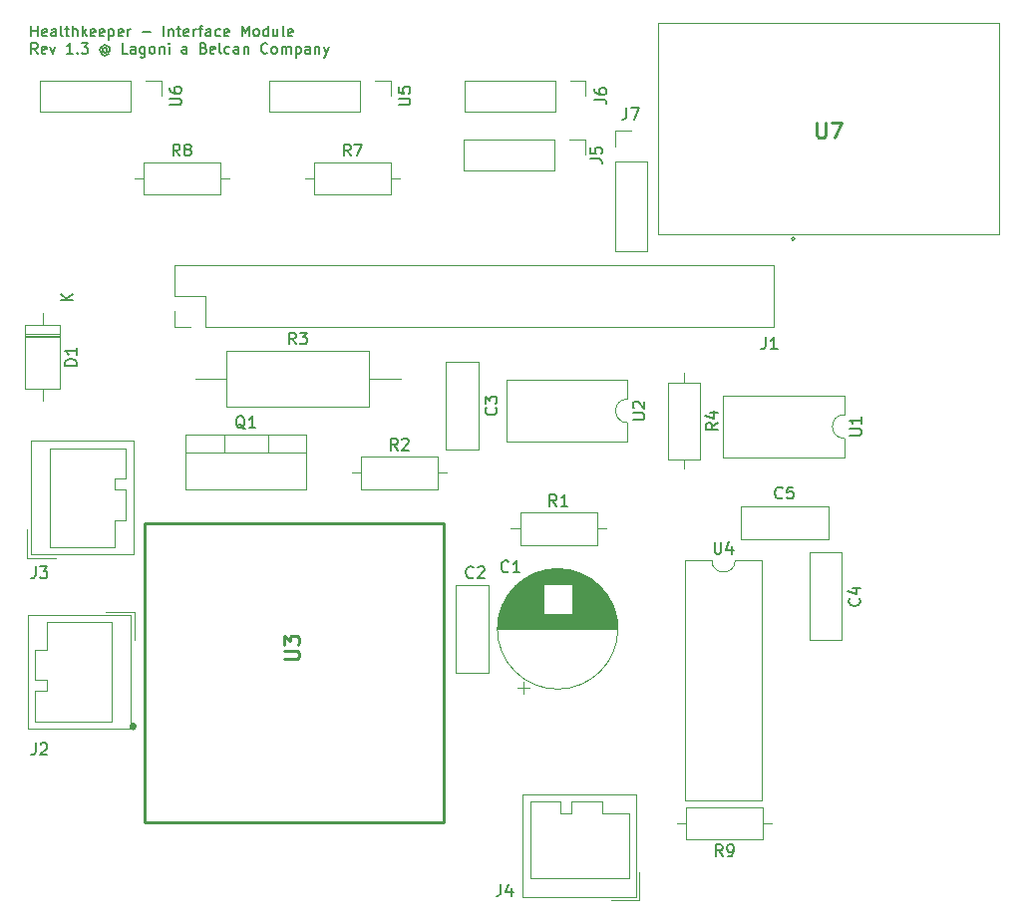
<source format=gbr>
G04 #@! TF.GenerationSoftware,KiCad,Pcbnew,(5.1.5-0-10_14)*
G04 #@! TF.CreationDate,2020-04-23T09:13:14+01:00*
G04 #@! TF.ProjectId,healthkeeper,6865616c-7468-46b6-9565-7065722e6b69,rev?*
G04 #@! TF.SameCoordinates,Original*
G04 #@! TF.FileFunction,Legend,Top*
G04 #@! TF.FilePolarity,Positive*
%FSLAX46Y46*%
G04 Gerber Fmt 4.6, Leading zero omitted, Abs format (unit mm)*
G04 Created by KiCad (PCBNEW (5.1.5-0-10_14)) date 2020-04-23 09:13:14*
%MOMM*%
%LPD*%
G04 APERTURE LIST*
%ADD10C,0.150000*%
%ADD11C,0.120000*%
%ADD12C,0.200000*%
%ADD13C,0.100000*%
%ADD14C,0.254000*%
G04 APERTURE END LIST*
D10*
X98811785Y-53407142D02*
X98811785Y-52507142D01*
X98811785Y-52935714D02*
X99326071Y-52935714D01*
X99326071Y-53407142D02*
X99326071Y-52507142D01*
X100097500Y-53364285D02*
X100011785Y-53407142D01*
X99840357Y-53407142D01*
X99754642Y-53364285D01*
X99711785Y-53278571D01*
X99711785Y-52935714D01*
X99754642Y-52850000D01*
X99840357Y-52807142D01*
X100011785Y-52807142D01*
X100097500Y-52850000D01*
X100140357Y-52935714D01*
X100140357Y-53021428D01*
X99711785Y-53107142D01*
X100911785Y-53407142D02*
X100911785Y-52935714D01*
X100868928Y-52850000D01*
X100783214Y-52807142D01*
X100611785Y-52807142D01*
X100526071Y-52850000D01*
X100911785Y-53364285D02*
X100826071Y-53407142D01*
X100611785Y-53407142D01*
X100526071Y-53364285D01*
X100483214Y-53278571D01*
X100483214Y-53192857D01*
X100526071Y-53107142D01*
X100611785Y-53064285D01*
X100826071Y-53064285D01*
X100911785Y-53021428D01*
X101468928Y-53407142D02*
X101383214Y-53364285D01*
X101340357Y-53278571D01*
X101340357Y-52507142D01*
X101683214Y-52807142D02*
X102026071Y-52807142D01*
X101811785Y-52507142D02*
X101811785Y-53278571D01*
X101854642Y-53364285D01*
X101940357Y-53407142D01*
X102026071Y-53407142D01*
X102326071Y-53407142D02*
X102326071Y-52507142D01*
X102711785Y-53407142D02*
X102711785Y-52935714D01*
X102668928Y-52850000D01*
X102583214Y-52807142D01*
X102454642Y-52807142D01*
X102368928Y-52850000D01*
X102326071Y-52892857D01*
X103140357Y-53407142D02*
X103140357Y-52507142D01*
X103226071Y-53064285D02*
X103483214Y-53407142D01*
X103483214Y-52807142D02*
X103140357Y-53150000D01*
X104211785Y-53364285D02*
X104126071Y-53407142D01*
X103954642Y-53407142D01*
X103868928Y-53364285D01*
X103826071Y-53278571D01*
X103826071Y-52935714D01*
X103868928Y-52850000D01*
X103954642Y-52807142D01*
X104126071Y-52807142D01*
X104211785Y-52850000D01*
X104254642Y-52935714D01*
X104254642Y-53021428D01*
X103826071Y-53107142D01*
X104983214Y-53364285D02*
X104897500Y-53407142D01*
X104726071Y-53407142D01*
X104640357Y-53364285D01*
X104597500Y-53278571D01*
X104597500Y-52935714D01*
X104640357Y-52850000D01*
X104726071Y-52807142D01*
X104897500Y-52807142D01*
X104983214Y-52850000D01*
X105026071Y-52935714D01*
X105026071Y-53021428D01*
X104597500Y-53107142D01*
X105411785Y-52807142D02*
X105411785Y-53707142D01*
X105411785Y-52850000D02*
X105497500Y-52807142D01*
X105668928Y-52807142D01*
X105754642Y-52850000D01*
X105797500Y-52892857D01*
X105840357Y-52978571D01*
X105840357Y-53235714D01*
X105797500Y-53321428D01*
X105754642Y-53364285D01*
X105668928Y-53407142D01*
X105497500Y-53407142D01*
X105411785Y-53364285D01*
X106568928Y-53364285D02*
X106483214Y-53407142D01*
X106311785Y-53407142D01*
X106226071Y-53364285D01*
X106183214Y-53278571D01*
X106183214Y-52935714D01*
X106226071Y-52850000D01*
X106311785Y-52807142D01*
X106483214Y-52807142D01*
X106568928Y-52850000D01*
X106611785Y-52935714D01*
X106611785Y-53021428D01*
X106183214Y-53107142D01*
X106997500Y-53407142D02*
X106997500Y-52807142D01*
X106997500Y-52978571D02*
X107040357Y-52892857D01*
X107083214Y-52850000D01*
X107168928Y-52807142D01*
X107254642Y-52807142D01*
X108240357Y-53064285D02*
X108926071Y-53064285D01*
X110040357Y-53407142D02*
X110040357Y-52507142D01*
X110468928Y-52807142D02*
X110468928Y-53407142D01*
X110468928Y-52892857D02*
X110511785Y-52850000D01*
X110597500Y-52807142D01*
X110726071Y-52807142D01*
X110811785Y-52850000D01*
X110854642Y-52935714D01*
X110854642Y-53407142D01*
X111154642Y-52807142D02*
X111497500Y-52807142D01*
X111283214Y-52507142D02*
X111283214Y-53278571D01*
X111326071Y-53364285D01*
X111411785Y-53407142D01*
X111497500Y-53407142D01*
X112140357Y-53364285D02*
X112054642Y-53407142D01*
X111883214Y-53407142D01*
X111797500Y-53364285D01*
X111754642Y-53278571D01*
X111754642Y-52935714D01*
X111797500Y-52850000D01*
X111883214Y-52807142D01*
X112054642Y-52807142D01*
X112140357Y-52850000D01*
X112183214Y-52935714D01*
X112183214Y-53021428D01*
X111754642Y-53107142D01*
X112568928Y-53407142D02*
X112568928Y-52807142D01*
X112568928Y-52978571D02*
X112611785Y-52892857D01*
X112654642Y-52850000D01*
X112740357Y-52807142D01*
X112826071Y-52807142D01*
X112997500Y-52807142D02*
X113340357Y-52807142D01*
X113126071Y-53407142D02*
X113126071Y-52635714D01*
X113168928Y-52550000D01*
X113254642Y-52507142D01*
X113340357Y-52507142D01*
X114026071Y-53407142D02*
X114026071Y-52935714D01*
X113983214Y-52850000D01*
X113897500Y-52807142D01*
X113726071Y-52807142D01*
X113640357Y-52850000D01*
X114026071Y-53364285D02*
X113940357Y-53407142D01*
X113726071Y-53407142D01*
X113640357Y-53364285D01*
X113597500Y-53278571D01*
X113597500Y-53192857D01*
X113640357Y-53107142D01*
X113726071Y-53064285D01*
X113940357Y-53064285D01*
X114026071Y-53021428D01*
X114840357Y-53364285D02*
X114754642Y-53407142D01*
X114583214Y-53407142D01*
X114497500Y-53364285D01*
X114454642Y-53321428D01*
X114411785Y-53235714D01*
X114411785Y-52978571D01*
X114454642Y-52892857D01*
X114497500Y-52850000D01*
X114583214Y-52807142D01*
X114754642Y-52807142D01*
X114840357Y-52850000D01*
X115568928Y-53364285D02*
X115483214Y-53407142D01*
X115311785Y-53407142D01*
X115226071Y-53364285D01*
X115183214Y-53278571D01*
X115183214Y-52935714D01*
X115226071Y-52850000D01*
X115311785Y-52807142D01*
X115483214Y-52807142D01*
X115568928Y-52850000D01*
X115611785Y-52935714D01*
X115611785Y-53021428D01*
X115183214Y-53107142D01*
X116683214Y-53407142D02*
X116683214Y-52507142D01*
X116983214Y-53150000D01*
X117283214Y-52507142D01*
X117283214Y-53407142D01*
X117840357Y-53407142D02*
X117754642Y-53364285D01*
X117711785Y-53321428D01*
X117668928Y-53235714D01*
X117668928Y-52978571D01*
X117711785Y-52892857D01*
X117754642Y-52850000D01*
X117840357Y-52807142D01*
X117968928Y-52807142D01*
X118054642Y-52850000D01*
X118097500Y-52892857D01*
X118140357Y-52978571D01*
X118140357Y-53235714D01*
X118097500Y-53321428D01*
X118054642Y-53364285D01*
X117968928Y-53407142D01*
X117840357Y-53407142D01*
X118911785Y-53407142D02*
X118911785Y-52507142D01*
X118911785Y-53364285D02*
X118826071Y-53407142D01*
X118654642Y-53407142D01*
X118568928Y-53364285D01*
X118526071Y-53321428D01*
X118483214Y-53235714D01*
X118483214Y-52978571D01*
X118526071Y-52892857D01*
X118568928Y-52850000D01*
X118654642Y-52807142D01*
X118826071Y-52807142D01*
X118911785Y-52850000D01*
X119726071Y-52807142D02*
X119726071Y-53407142D01*
X119340357Y-52807142D02*
X119340357Y-53278571D01*
X119383214Y-53364285D01*
X119468928Y-53407142D01*
X119597500Y-53407142D01*
X119683214Y-53364285D01*
X119726071Y-53321428D01*
X120283214Y-53407142D02*
X120197500Y-53364285D01*
X120154642Y-53278571D01*
X120154642Y-52507142D01*
X120968928Y-53364285D02*
X120883214Y-53407142D01*
X120711785Y-53407142D01*
X120626071Y-53364285D01*
X120583214Y-53278571D01*
X120583214Y-52935714D01*
X120626071Y-52850000D01*
X120711785Y-52807142D01*
X120883214Y-52807142D01*
X120968928Y-52850000D01*
X121011785Y-52935714D01*
X121011785Y-53021428D01*
X120583214Y-53107142D01*
X99326071Y-54907142D02*
X99026071Y-54478571D01*
X98811785Y-54907142D02*
X98811785Y-54007142D01*
X99154642Y-54007142D01*
X99240357Y-54050000D01*
X99283214Y-54092857D01*
X99326071Y-54178571D01*
X99326071Y-54307142D01*
X99283214Y-54392857D01*
X99240357Y-54435714D01*
X99154642Y-54478571D01*
X98811785Y-54478571D01*
X100054642Y-54864285D02*
X99968928Y-54907142D01*
X99797500Y-54907142D01*
X99711785Y-54864285D01*
X99668928Y-54778571D01*
X99668928Y-54435714D01*
X99711785Y-54350000D01*
X99797500Y-54307142D01*
X99968928Y-54307142D01*
X100054642Y-54350000D01*
X100097500Y-54435714D01*
X100097500Y-54521428D01*
X99668928Y-54607142D01*
X100397500Y-54307142D02*
X100611785Y-54907142D01*
X100826071Y-54307142D01*
X102326071Y-54907142D02*
X101811785Y-54907142D01*
X102068928Y-54907142D02*
X102068928Y-54007142D01*
X101983214Y-54135714D01*
X101897500Y-54221428D01*
X101811785Y-54264285D01*
X102711785Y-54821428D02*
X102754642Y-54864285D01*
X102711785Y-54907142D01*
X102668928Y-54864285D01*
X102711785Y-54821428D01*
X102711785Y-54907142D01*
X103054642Y-54007142D02*
X103611785Y-54007142D01*
X103311785Y-54350000D01*
X103440357Y-54350000D01*
X103526071Y-54392857D01*
X103568928Y-54435714D01*
X103611785Y-54521428D01*
X103611785Y-54735714D01*
X103568928Y-54821428D01*
X103526071Y-54864285D01*
X103440357Y-54907142D01*
X103183214Y-54907142D01*
X103097500Y-54864285D01*
X103054642Y-54821428D01*
X105240357Y-54478571D02*
X105197500Y-54435714D01*
X105111785Y-54392857D01*
X105026071Y-54392857D01*
X104940357Y-54435714D01*
X104897500Y-54478571D01*
X104854642Y-54564285D01*
X104854642Y-54650000D01*
X104897500Y-54735714D01*
X104940357Y-54778571D01*
X105026071Y-54821428D01*
X105111785Y-54821428D01*
X105197500Y-54778571D01*
X105240357Y-54735714D01*
X105240357Y-54392857D02*
X105240357Y-54735714D01*
X105283214Y-54778571D01*
X105326071Y-54778571D01*
X105411785Y-54735714D01*
X105454642Y-54650000D01*
X105454642Y-54435714D01*
X105368928Y-54307142D01*
X105240357Y-54221428D01*
X105068928Y-54178571D01*
X104897500Y-54221428D01*
X104768928Y-54307142D01*
X104683214Y-54435714D01*
X104640357Y-54607142D01*
X104683214Y-54778571D01*
X104768928Y-54907142D01*
X104897500Y-54992857D01*
X105068928Y-55035714D01*
X105240357Y-54992857D01*
X105368928Y-54907142D01*
X106954642Y-54907142D02*
X106526071Y-54907142D01*
X106526071Y-54007142D01*
X107640357Y-54907142D02*
X107640357Y-54435714D01*
X107597500Y-54350000D01*
X107511785Y-54307142D01*
X107340357Y-54307142D01*
X107254642Y-54350000D01*
X107640357Y-54864285D02*
X107554642Y-54907142D01*
X107340357Y-54907142D01*
X107254642Y-54864285D01*
X107211785Y-54778571D01*
X107211785Y-54692857D01*
X107254642Y-54607142D01*
X107340357Y-54564285D01*
X107554642Y-54564285D01*
X107640357Y-54521428D01*
X108454642Y-54307142D02*
X108454642Y-55035714D01*
X108411785Y-55121428D01*
X108368928Y-55164285D01*
X108283214Y-55207142D01*
X108154642Y-55207142D01*
X108068928Y-55164285D01*
X108454642Y-54864285D02*
X108368928Y-54907142D01*
X108197500Y-54907142D01*
X108111785Y-54864285D01*
X108068928Y-54821428D01*
X108026071Y-54735714D01*
X108026071Y-54478571D01*
X108068928Y-54392857D01*
X108111785Y-54350000D01*
X108197500Y-54307142D01*
X108368928Y-54307142D01*
X108454642Y-54350000D01*
X109011785Y-54907142D02*
X108926071Y-54864285D01*
X108883214Y-54821428D01*
X108840357Y-54735714D01*
X108840357Y-54478571D01*
X108883214Y-54392857D01*
X108926071Y-54350000D01*
X109011785Y-54307142D01*
X109140357Y-54307142D01*
X109226071Y-54350000D01*
X109268928Y-54392857D01*
X109311785Y-54478571D01*
X109311785Y-54735714D01*
X109268928Y-54821428D01*
X109226071Y-54864285D01*
X109140357Y-54907142D01*
X109011785Y-54907142D01*
X109697500Y-54307142D02*
X109697500Y-54907142D01*
X109697500Y-54392857D02*
X109740357Y-54350000D01*
X109826071Y-54307142D01*
X109954642Y-54307142D01*
X110040357Y-54350000D01*
X110083214Y-54435714D01*
X110083214Y-54907142D01*
X110511785Y-54907142D02*
X110511785Y-54307142D01*
X110511785Y-54007142D02*
X110468928Y-54050000D01*
X110511785Y-54092857D01*
X110554642Y-54050000D01*
X110511785Y-54007142D01*
X110511785Y-54092857D01*
X112011785Y-54907142D02*
X112011785Y-54435714D01*
X111968928Y-54350000D01*
X111883214Y-54307142D01*
X111711785Y-54307142D01*
X111626071Y-54350000D01*
X112011785Y-54864285D02*
X111926071Y-54907142D01*
X111711785Y-54907142D01*
X111626071Y-54864285D01*
X111583214Y-54778571D01*
X111583214Y-54692857D01*
X111626071Y-54607142D01*
X111711785Y-54564285D01*
X111926071Y-54564285D01*
X112011785Y-54521428D01*
X113426071Y-54435714D02*
X113554642Y-54478571D01*
X113597500Y-54521428D01*
X113640357Y-54607142D01*
X113640357Y-54735714D01*
X113597500Y-54821428D01*
X113554642Y-54864285D01*
X113468928Y-54907142D01*
X113126071Y-54907142D01*
X113126071Y-54007142D01*
X113426071Y-54007142D01*
X113511785Y-54050000D01*
X113554642Y-54092857D01*
X113597500Y-54178571D01*
X113597500Y-54264285D01*
X113554642Y-54350000D01*
X113511785Y-54392857D01*
X113426071Y-54435714D01*
X113126071Y-54435714D01*
X114368928Y-54864285D02*
X114283214Y-54907142D01*
X114111785Y-54907142D01*
X114026071Y-54864285D01*
X113983214Y-54778571D01*
X113983214Y-54435714D01*
X114026071Y-54350000D01*
X114111785Y-54307142D01*
X114283214Y-54307142D01*
X114368928Y-54350000D01*
X114411785Y-54435714D01*
X114411785Y-54521428D01*
X113983214Y-54607142D01*
X114926071Y-54907142D02*
X114840357Y-54864285D01*
X114797500Y-54778571D01*
X114797500Y-54007142D01*
X115654642Y-54864285D02*
X115568928Y-54907142D01*
X115397500Y-54907142D01*
X115311785Y-54864285D01*
X115268928Y-54821428D01*
X115226071Y-54735714D01*
X115226071Y-54478571D01*
X115268928Y-54392857D01*
X115311785Y-54350000D01*
X115397500Y-54307142D01*
X115568928Y-54307142D01*
X115654642Y-54350000D01*
X116426071Y-54907142D02*
X116426071Y-54435714D01*
X116383214Y-54350000D01*
X116297500Y-54307142D01*
X116126071Y-54307142D01*
X116040357Y-54350000D01*
X116426071Y-54864285D02*
X116340357Y-54907142D01*
X116126071Y-54907142D01*
X116040357Y-54864285D01*
X115997500Y-54778571D01*
X115997500Y-54692857D01*
X116040357Y-54607142D01*
X116126071Y-54564285D01*
X116340357Y-54564285D01*
X116426071Y-54521428D01*
X116854642Y-54307142D02*
X116854642Y-54907142D01*
X116854642Y-54392857D02*
X116897500Y-54350000D01*
X116983214Y-54307142D01*
X117111785Y-54307142D01*
X117197500Y-54350000D01*
X117240357Y-54435714D01*
X117240357Y-54907142D01*
X118868928Y-54821428D02*
X118826071Y-54864285D01*
X118697500Y-54907142D01*
X118611785Y-54907142D01*
X118483214Y-54864285D01*
X118397500Y-54778571D01*
X118354642Y-54692857D01*
X118311785Y-54521428D01*
X118311785Y-54392857D01*
X118354642Y-54221428D01*
X118397500Y-54135714D01*
X118483214Y-54050000D01*
X118611785Y-54007142D01*
X118697500Y-54007142D01*
X118826071Y-54050000D01*
X118868928Y-54092857D01*
X119383214Y-54907142D02*
X119297500Y-54864285D01*
X119254642Y-54821428D01*
X119211785Y-54735714D01*
X119211785Y-54478571D01*
X119254642Y-54392857D01*
X119297500Y-54350000D01*
X119383214Y-54307142D01*
X119511785Y-54307142D01*
X119597500Y-54350000D01*
X119640357Y-54392857D01*
X119683214Y-54478571D01*
X119683214Y-54735714D01*
X119640357Y-54821428D01*
X119597500Y-54864285D01*
X119511785Y-54907142D01*
X119383214Y-54907142D01*
X120068928Y-54907142D02*
X120068928Y-54307142D01*
X120068928Y-54392857D02*
X120111785Y-54350000D01*
X120197500Y-54307142D01*
X120326071Y-54307142D01*
X120411785Y-54350000D01*
X120454642Y-54435714D01*
X120454642Y-54907142D01*
X120454642Y-54435714D02*
X120497500Y-54350000D01*
X120583214Y-54307142D01*
X120711785Y-54307142D01*
X120797500Y-54350000D01*
X120840357Y-54435714D01*
X120840357Y-54907142D01*
X121268928Y-54307142D02*
X121268928Y-55207142D01*
X121268928Y-54350000D02*
X121354642Y-54307142D01*
X121526071Y-54307142D01*
X121611785Y-54350000D01*
X121654642Y-54392857D01*
X121697500Y-54478571D01*
X121697500Y-54735714D01*
X121654642Y-54821428D01*
X121611785Y-54864285D01*
X121526071Y-54907142D01*
X121354642Y-54907142D01*
X121268928Y-54864285D01*
X122468928Y-54907142D02*
X122468928Y-54435714D01*
X122426071Y-54350000D01*
X122340357Y-54307142D01*
X122168928Y-54307142D01*
X122083214Y-54350000D01*
X122468928Y-54864285D02*
X122383214Y-54907142D01*
X122168928Y-54907142D01*
X122083214Y-54864285D01*
X122040357Y-54778571D01*
X122040357Y-54692857D01*
X122083214Y-54607142D01*
X122168928Y-54564285D01*
X122383214Y-54564285D01*
X122468928Y-54521428D01*
X122897500Y-54307142D02*
X122897500Y-54907142D01*
X122897500Y-54392857D02*
X122940357Y-54350000D01*
X123026071Y-54307142D01*
X123154642Y-54307142D01*
X123240357Y-54350000D01*
X123283214Y-54435714D01*
X123283214Y-54907142D01*
X123626071Y-54307142D02*
X123840357Y-54907142D01*
X124054642Y-54307142D02*
X123840357Y-54907142D01*
X123754642Y-55121428D01*
X123711785Y-55164285D01*
X123626071Y-55207142D01*
D11*
X161875859Y-72872587D02*
X161875859Y-78072587D01*
X113555859Y-78072587D02*
X161875859Y-78072587D01*
X110955859Y-78072587D02*
X112285859Y-78072587D01*
X110955859Y-76742587D02*
X110955859Y-78072587D01*
X113555859Y-75472587D02*
X113555859Y-78072587D01*
X110955859Y-75472587D02*
X113555859Y-75472587D01*
X110955859Y-72872587D02*
X110955859Y-75472587D01*
X110955859Y-72872587D02*
X161875859Y-72872587D01*
X145870000Y-57170000D02*
X145870000Y-58500000D01*
X144540000Y-57170000D02*
X145870000Y-57170000D01*
X143270000Y-57170000D02*
X143270000Y-59830000D01*
X143270000Y-59830000D02*
X135590000Y-59830000D01*
X143270000Y-57170000D02*
X135590000Y-57170000D01*
X135590000Y-57170000D02*
X135590000Y-59830000D01*
X109830000Y-57170000D02*
X109830000Y-58500000D01*
X108500000Y-57170000D02*
X109830000Y-57170000D01*
X107230000Y-57170000D02*
X107230000Y-59830000D01*
X107230000Y-59830000D02*
X99550000Y-59830000D01*
X107230000Y-57170000D02*
X99550000Y-57170000D01*
X99550000Y-57170000D02*
X99550000Y-59830000D01*
X145830000Y-62170000D02*
X145830000Y-63500000D01*
X144500000Y-62170000D02*
X145830000Y-62170000D01*
X143230000Y-62170000D02*
X143230000Y-64830000D01*
X143230000Y-64830000D02*
X135550000Y-64830000D01*
X143230000Y-62170000D02*
X135550000Y-62170000D01*
X135550000Y-62170000D02*
X135550000Y-64830000D01*
X160815000Y-97920000D02*
X158580000Y-97920000D01*
X160815000Y-118360000D02*
X160815000Y-97920000D01*
X154345000Y-118360000D02*
X160815000Y-118360000D01*
X154345000Y-97920000D02*
X154345000Y-118360000D01*
X156580000Y-97920000D02*
X154345000Y-97920000D01*
X158580000Y-97920000D02*
G75*
G02X156580000Y-97920000I-1000000J0D01*
G01*
D12*
X163500000Y-70500000D02*
G75*
G02X163500000Y-70700000I0J-100000D01*
G01*
X163500000Y-70700000D02*
G75*
G02X163500000Y-70500000I0J100000D01*
G01*
X163500000Y-70700000D02*
X163500000Y-70700000D01*
X163500000Y-70500000D02*
X163500000Y-70500000D01*
D13*
X152000000Y-70250000D02*
X152000000Y-52250000D01*
X181000000Y-70250000D02*
X152000000Y-70250000D01*
X181000000Y-52250000D02*
X181000000Y-70250000D01*
X152000000Y-52250000D02*
X181000000Y-52250000D01*
D11*
X129330000Y-57170000D02*
X129330000Y-58500000D01*
X128000000Y-57170000D02*
X129330000Y-57170000D01*
X126730000Y-57170000D02*
X126730000Y-59830000D01*
X126730000Y-59830000D02*
X119050000Y-59830000D01*
X126730000Y-57170000D02*
X119050000Y-57170000D01*
X119050000Y-57170000D02*
X119050000Y-59830000D01*
D14*
X107635565Y-112046835D02*
G75*
G03X107635565Y-112046835I-197565J0D01*
G01*
X108460000Y-120205500D02*
X108460000Y-94805500D01*
X133860000Y-120205500D02*
X108460000Y-120205500D01*
X133860000Y-94805500D02*
X133860000Y-120205500D01*
X108460000Y-94805500D02*
X133860000Y-94805500D01*
D11*
X149424700Y-87879700D02*
X149424700Y-86229700D01*
X139144700Y-87879700D02*
X149424700Y-87879700D01*
X139144700Y-82579700D02*
X139144700Y-87879700D01*
X149424700Y-82579700D02*
X139144700Y-82579700D01*
X149424700Y-84229700D02*
X149424700Y-82579700D01*
X149424700Y-86229700D02*
G75*
G02X149424700Y-84229700I0J1000000D01*
G01*
X167830000Y-89210000D02*
X167830000Y-87560000D01*
X157550000Y-89210000D02*
X167830000Y-89210000D01*
X157550000Y-83910000D02*
X157550000Y-89210000D01*
X167830000Y-83910000D02*
X157550000Y-83910000D01*
X167830000Y-85560000D02*
X167830000Y-83910000D01*
X167830000Y-87560000D02*
G75*
G02X167830000Y-85560000I0J1000000D01*
G01*
X153630000Y-120250000D02*
X154400000Y-120250000D01*
X161710000Y-120250000D02*
X160940000Y-120250000D01*
X154400000Y-121620000D02*
X160940000Y-121620000D01*
X154400000Y-118880000D02*
X154400000Y-121620000D01*
X160940000Y-118880000D02*
X154400000Y-118880000D01*
X160940000Y-121620000D02*
X160940000Y-118880000D01*
X115620000Y-65500000D02*
X114850000Y-65500000D01*
X107540000Y-65500000D02*
X108310000Y-65500000D01*
X114850000Y-64130000D02*
X108310000Y-64130000D01*
X114850000Y-66870000D02*
X114850000Y-64130000D01*
X108310000Y-66870000D02*
X114850000Y-66870000D01*
X108310000Y-64130000D02*
X108310000Y-66870000D01*
X130120000Y-65500000D02*
X129350000Y-65500000D01*
X122040000Y-65500000D02*
X122810000Y-65500000D01*
X129350000Y-64130000D02*
X122810000Y-64130000D01*
X129350000Y-66870000D02*
X129350000Y-64130000D01*
X122810000Y-66870000D02*
X129350000Y-66870000D01*
X122810000Y-64130000D02*
X122810000Y-66870000D01*
X154250000Y-90120000D02*
X154250000Y-89350000D01*
X154250000Y-82040000D02*
X154250000Y-82810000D01*
X155620000Y-89350000D02*
X155620000Y-82810000D01*
X152880000Y-89350000D02*
X155620000Y-89350000D01*
X152880000Y-82810000D02*
X152880000Y-89350000D01*
X155620000Y-82810000D02*
X152880000Y-82810000D01*
X130154860Y-82500000D02*
X127504860Y-82500000D01*
X112714860Y-82500000D02*
X115364860Y-82500000D01*
X127504860Y-80130000D02*
X115364860Y-80130000D01*
X127504860Y-84870000D02*
X127504860Y-80130000D01*
X115364860Y-84870000D02*
X127504860Y-84870000D01*
X115364860Y-80130000D02*
X115364860Y-84870000D01*
X134120000Y-90500000D02*
X133350000Y-90500000D01*
X126040000Y-90500000D02*
X126810000Y-90500000D01*
X133350000Y-89130000D02*
X126810000Y-89130000D01*
X133350000Y-91870000D02*
X133350000Y-89130000D01*
X126810000Y-91870000D02*
X133350000Y-91870000D01*
X126810000Y-89130000D02*
X126810000Y-91870000D01*
X147620000Y-95250000D02*
X146850000Y-95250000D01*
X139540000Y-95250000D02*
X140310000Y-95250000D01*
X146850000Y-93880000D02*
X140310000Y-93880000D01*
X146850000Y-96620000D02*
X146850000Y-93880000D01*
X140310000Y-96620000D02*
X146850000Y-96620000D01*
X140310000Y-93880000D02*
X140310000Y-96620000D01*
X118891000Y-87230000D02*
X118891000Y-88740000D01*
X115190000Y-87230000D02*
X115190000Y-88740000D01*
X111920000Y-88740000D02*
X122160000Y-88740000D01*
X122160000Y-87230000D02*
X122160000Y-91871000D01*
X111920000Y-87230000D02*
X111920000Y-91871000D01*
X111920000Y-91871000D02*
X122160000Y-91871000D01*
X111920000Y-87230000D02*
X122160000Y-87230000D01*
X148420000Y-61420000D02*
X149750000Y-61420000D01*
X148420000Y-62750000D02*
X148420000Y-61420000D01*
X148420000Y-64020000D02*
X151080000Y-64020000D01*
X151080000Y-64020000D02*
X151080000Y-71700000D01*
X148420000Y-64020000D02*
X148420000Y-71700000D01*
X148420000Y-71700000D02*
X151080000Y-71700000D01*
X150460000Y-126810000D02*
X148050000Y-126810000D01*
X150460000Y-124400000D02*
X150460000Y-126810000D01*
X141150000Y-124900000D02*
X149550000Y-124900000D01*
X141150000Y-118400000D02*
X141150000Y-124900000D01*
X143750000Y-118400000D02*
X141150000Y-118400000D01*
X143750000Y-119400000D02*
X143750000Y-118400000D01*
X144650000Y-119400000D02*
X143750000Y-119400000D01*
X144650000Y-118400000D02*
X144650000Y-119400000D01*
X147250000Y-118400000D02*
X144650000Y-118400000D01*
X147250000Y-119400000D02*
X147250000Y-118400000D01*
X149550000Y-119400000D02*
X147250000Y-119400000D01*
X149550000Y-124900000D02*
X149550000Y-119400000D01*
X140540000Y-126510000D02*
X150160000Y-126510000D01*
X140540000Y-117790000D02*
X140540000Y-126510000D01*
X150160000Y-117790000D02*
X140540000Y-117790000D01*
X150160000Y-126510000D02*
X150160000Y-117790000D01*
X98440000Y-97710000D02*
X98440000Y-95300000D01*
X100850000Y-97710000D02*
X98440000Y-97710000D01*
X100350000Y-88400000D02*
X100350000Y-96800000D01*
X106850000Y-88400000D02*
X100350000Y-88400000D01*
X106850000Y-91000000D02*
X106850000Y-88400000D01*
X105850000Y-91000000D02*
X106850000Y-91000000D01*
X105850000Y-91900000D02*
X105850000Y-91000000D01*
X106850000Y-91900000D02*
X105850000Y-91900000D01*
X106850000Y-94500000D02*
X106850000Y-91900000D01*
X105850000Y-94500000D02*
X106850000Y-94500000D01*
X105850000Y-96800000D02*
X105850000Y-94500000D01*
X100350000Y-96800000D02*
X105850000Y-96800000D01*
X98740000Y-87790000D02*
X98740000Y-97410000D01*
X107460000Y-87790000D02*
X98740000Y-87790000D01*
X107460000Y-97410000D02*
X107460000Y-87790000D01*
X98740000Y-97410000D02*
X107460000Y-97410000D01*
X107560000Y-102290000D02*
X107560000Y-104700000D01*
X105150000Y-102290000D02*
X107560000Y-102290000D01*
X105650000Y-111600000D02*
X105650000Y-103200000D01*
X99150000Y-111600000D02*
X105650000Y-111600000D01*
X99150000Y-109000000D02*
X99150000Y-111600000D01*
X100150000Y-109000000D02*
X99150000Y-109000000D01*
X100150000Y-108100000D02*
X100150000Y-109000000D01*
X99150000Y-108100000D02*
X100150000Y-108100000D01*
X99150000Y-105500000D02*
X99150000Y-108100000D01*
X100150000Y-105500000D02*
X99150000Y-105500000D01*
X100150000Y-103200000D02*
X100150000Y-105500000D01*
X105650000Y-103200000D02*
X100150000Y-103200000D01*
X107260000Y-112210000D02*
X107260000Y-102590000D01*
X98540000Y-112210000D02*
X107260000Y-112210000D01*
X98540000Y-102590000D02*
X98540000Y-112210000D01*
X107260000Y-102590000D02*
X98540000Y-102590000D01*
X101220000Y-78730000D02*
X98280000Y-78730000D01*
X101220000Y-78970000D02*
X98280000Y-78970000D01*
X101220000Y-78850000D02*
X98280000Y-78850000D01*
X99750000Y-84410000D02*
X99750000Y-83390000D01*
X99750000Y-76930000D02*
X99750000Y-77950000D01*
X101220000Y-83390000D02*
X101220000Y-77950000D01*
X98280000Y-83390000D02*
X101220000Y-83390000D01*
X98280000Y-77950000D02*
X98280000Y-83390000D01*
X101220000Y-77950000D02*
X98280000Y-77950000D01*
X166470000Y-93380000D02*
X166470000Y-96120000D01*
X159030000Y-93380000D02*
X159030000Y-96120000D01*
X159030000Y-96120000D02*
X166470000Y-96120000D01*
X159030000Y-93380000D02*
X166470000Y-93380000D01*
X167620000Y-104720000D02*
X164880000Y-104720000D01*
X167620000Y-97280000D02*
X164880000Y-97280000D01*
X164880000Y-97280000D02*
X164880000Y-104720000D01*
X167620000Y-97280000D02*
X167620000Y-104720000D01*
X136769780Y-88510920D02*
X134029780Y-88510920D01*
X136769780Y-81070920D02*
X134029780Y-81070920D01*
X134029780Y-81070920D02*
X134029780Y-88510920D01*
X136769780Y-81070920D02*
X136769780Y-88510920D01*
X137620000Y-107470000D02*
X134880000Y-107470000D01*
X137620000Y-100030000D02*
X134880000Y-100030000D01*
X134880000Y-100030000D02*
X134880000Y-107470000D01*
X137620000Y-100030000D02*
X137620000Y-107470000D01*
X140125000Y-108729646D02*
X141125000Y-108729646D01*
X140625000Y-109229646D02*
X140625000Y-108229646D01*
X142901000Y-98669000D02*
X144099000Y-98669000D01*
X142638000Y-98709000D02*
X144362000Y-98709000D01*
X142438000Y-98749000D02*
X144562000Y-98749000D01*
X142270000Y-98789000D02*
X144730000Y-98789000D01*
X142122000Y-98829000D02*
X144878000Y-98829000D01*
X141990000Y-98869000D02*
X145010000Y-98869000D01*
X141870000Y-98909000D02*
X145130000Y-98909000D01*
X141758000Y-98949000D02*
X145242000Y-98949000D01*
X141654000Y-98989000D02*
X145346000Y-98989000D01*
X141556000Y-99029000D02*
X145444000Y-99029000D01*
X141463000Y-99069000D02*
X145537000Y-99069000D01*
X141375000Y-99109000D02*
X145625000Y-99109000D01*
X141291000Y-99149000D02*
X145709000Y-99149000D01*
X141211000Y-99189000D02*
X145789000Y-99189000D01*
X141135000Y-99229000D02*
X145865000Y-99229000D01*
X141061000Y-99269000D02*
X145939000Y-99269000D01*
X140990000Y-99309000D02*
X146010000Y-99309000D01*
X140921000Y-99349000D02*
X146079000Y-99349000D01*
X140855000Y-99389000D02*
X146145000Y-99389000D01*
X140791000Y-99429000D02*
X146209000Y-99429000D01*
X140730000Y-99469000D02*
X146270000Y-99469000D01*
X140670000Y-99509000D02*
X146330000Y-99509000D01*
X140611000Y-99549000D02*
X146389000Y-99549000D01*
X140555000Y-99589000D02*
X146445000Y-99589000D01*
X140500000Y-99629000D02*
X146500000Y-99629000D01*
X140446000Y-99669000D02*
X146554000Y-99669000D01*
X140394000Y-99709000D02*
X146606000Y-99709000D01*
X140344000Y-99749000D02*
X146656000Y-99749000D01*
X140294000Y-99789000D02*
X146706000Y-99789000D01*
X140246000Y-99829000D02*
X146754000Y-99829000D01*
X140199000Y-99869000D02*
X146801000Y-99869000D01*
X140153000Y-99909000D02*
X146847000Y-99909000D01*
X140108000Y-99949000D02*
X146892000Y-99949000D01*
X140064000Y-99989000D02*
X146936000Y-99989000D01*
X144741000Y-100029000D02*
X146978000Y-100029000D01*
X140022000Y-100029000D02*
X142259000Y-100029000D01*
X144741000Y-100069000D02*
X147020000Y-100069000D01*
X139980000Y-100069000D02*
X142259000Y-100069000D01*
X144741000Y-100109000D02*
X147061000Y-100109000D01*
X139939000Y-100109000D02*
X142259000Y-100109000D01*
X144741000Y-100149000D02*
X147101000Y-100149000D01*
X139899000Y-100149000D02*
X142259000Y-100149000D01*
X144741000Y-100189000D02*
X147140000Y-100189000D01*
X139860000Y-100189000D02*
X142259000Y-100189000D01*
X144741000Y-100229000D02*
X147179000Y-100229000D01*
X139821000Y-100229000D02*
X142259000Y-100229000D01*
X144741000Y-100269000D02*
X147216000Y-100269000D01*
X139784000Y-100269000D02*
X142259000Y-100269000D01*
X144741000Y-100309000D02*
X147253000Y-100309000D01*
X139747000Y-100309000D02*
X142259000Y-100309000D01*
X144741000Y-100349000D02*
X147289000Y-100349000D01*
X139711000Y-100349000D02*
X142259000Y-100349000D01*
X144741000Y-100389000D02*
X147324000Y-100389000D01*
X139676000Y-100389000D02*
X142259000Y-100389000D01*
X144741000Y-100429000D02*
X147358000Y-100429000D01*
X139642000Y-100429000D02*
X142259000Y-100429000D01*
X144741000Y-100469000D02*
X147392000Y-100469000D01*
X139608000Y-100469000D02*
X142259000Y-100469000D01*
X144741000Y-100509000D02*
X147425000Y-100509000D01*
X139575000Y-100509000D02*
X142259000Y-100509000D01*
X144741000Y-100549000D02*
X147457000Y-100549000D01*
X139543000Y-100549000D02*
X142259000Y-100549000D01*
X144741000Y-100589000D02*
X147489000Y-100589000D01*
X139511000Y-100589000D02*
X142259000Y-100589000D01*
X144741000Y-100629000D02*
X147520000Y-100629000D01*
X139480000Y-100629000D02*
X142259000Y-100629000D01*
X144741000Y-100669000D02*
X147550000Y-100669000D01*
X139450000Y-100669000D02*
X142259000Y-100669000D01*
X144741000Y-100709000D02*
X147580000Y-100709000D01*
X139420000Y-100709000D02*
X142259000Y-100709000D01*
X144741000Y-100749000D02*
X147610000Y-100749000D01*
X139390000Y-100749000D02*
X142259000Y-100749000D01*
X144741000Y-100789000D02*
X147638000Y-100789000D01*
X139362000Y-100789000D02*
X142259000Y-100789000D01*
X144741000Y-100829000D02*
X147666000Y-100829000D01*
X139334000Y-100829000D02*
X142259000Y-100829000D01*
X144741000Y-100869000D02*
X147694000Y-100869000D01*
X139306000Y-100869000D02*
X142259000Y-100869000D01*
X144741000Y-100909000D02*
X147721000Y-100909000D01*
X139279000Y-100909000D02*
X142259000Y-100909000D01*
X144741000Y-100949000D02*
X147747000Y-100949000D01*
X139253000Y-100949000D02*
X142259000Y-100949000D01*
X144741000Y-100989000D02*
X147773000Y-100989000D01*
X139227000Y-100989000D02*
X142259000Y-100989000D01*
X144741000Y-101029000D02*
X147798000Y-101029000D01*
X139202000Y-101029000D02*
X142259000Y-101029000D01*
X144741000Y-101069000D02*
X147823000Y-101069000D01*
X139177000Y-101069000D02*
X142259000Y-101069000D01*
X144741000Y-101109000D02*
X147847000Y-101109000D01*
X139153000Y-101109000D02*
X142259000Y-101109000D01*
X144741000Y-101149000D02*
X147871000Y-101149000D01*
X139129000Y-101149000D02*
X142259000Y-101149000D01*
X144741000Y-101189000D02*
X147895000Y-101189000D01*
X139105000Y-101189000D02*
X142259000Y-101189000D01*
X144741000Y-101229000D02*
X147917000Y-101229000D01*
X139083000Y-101229000D02*
X142259000Y-101229000D01*
X144741000Y-101269000D02*
X147940000Y-101269000D01*
X139060000Y-101269000D02*
X142259000Y-101269000D01*
X144741000Y-101309000D02*
X147962000Y-101309000D01*
X139038000Y-101309000D02*
X142259000Y-101309000D01*
X144741000Y-101349000D02*
X147983000Y-101349000D01*
X139017000Y-101349000D02*
X142259000Y-101349000D01*
X144741000Y-101389000D02*
X148004000Y-101389000D01*
X138996000Y-101389000D02*
X142259000Y-101389000D01*
X144741000Y-101429000D02*
X148025000Y-101429000D01*
X138975000Y-101429000D02*
X142259000Y-101429000D01*
X144741000Y-101469000D02*
X148045000Y-101469000D01*
X138955000Y-101469000D02*
X142259000Y-101469000D01*
X144741000Y-101509000D02*
X148064000Y-101509000D01*
X138936000Y-101509000D02*
X142259000Y-101509000D01*
X144741000Y-101549000D02*
X148084000Y-101549000D01*
X138916000Y-101549000D02*
X142259000Y-101549000D01*
X144741000Y-101589000D02*
X148103000Y-101589000D01*
X138897000Y-101589000D02*
X142259000Y-101589000D01*
X144741000Y-101629000D02*
X148121000Y-101629000D01*
X138879000Y-101629000D02*
X142259000Y-101629000D01*
X144741000Y-101669000D02*
X148139000Y-101669000D01*
X138861000Y-101669000D02*
X142259000Y-101669000D01*
X144741000Y-101709000D02*
X148157000Y-101709000D01*
X138843000Y-101709000D02*
X142259000Y-101709000D01*
X144741000Y-101749000D02*
X148174000Y-101749000D01*
X138826000Y-101749000D02*
X142259000Y-101749000D01*
X144741000Y-101789000D02*
X148190000Y-101789000D01*
X138810000Y-101789000D02*
X142259000Y-101789000D01*
X144741000Y-101829000D02*
X148207000Y-101829000D01*
X138793000Y-101829000D02*
X142259000Y-101829000D01*
X144741000Y-101869000D02*
X148223000Y-101869000D01*
X138777000Y-101869000D02*
X142259000Y-101869000D01*
X144741000Y-101909000D02*
X148238000Y-101909000D01*
X138762000Y-101909000D02*
X142259000Y-101909000D01*
X144741000Y-101949000D02*
X148254000Y-101949000D01*
X138746000Y-101949000D02*
X142259000Y-101949000D01*
X144741000Y-101989000D02*
X148268000Y-101989000D01*
X138732000Y-101989000D02*
X142259000Y-101989000D01*
X144741000Y-102029000D02*
X148283000Y-102029000D01*
X138717000Y-102029000D02*
X142259000Y-102029000D01*
X144741000Y-102069000D02*
X148297000Y-102069000D01*
X138703000Y-102069000D02*
X142259000Y-102069000D01*
X144741000Y-102109000D02*
X148311000Y-102109000D01*
X138689000Y-102109000D02*
X142259000Y-102109000D01*
X144741000Y-102149000D02*
X148324000Y-102149000D01*
X138676000Y-102149000D02*
X142259000Y-102149000D01*
X144741000Y-102189000D02*
X148337000Y-102189000D01*
X138663000Y-102189000D02*
X142259000Y-102189000D01*
X144741000Y-102229000D02*
X148350000Y-102229000D01*
X138650000Y-102229000D02*
X142259000Y-102229000D01*
X144741000Y-102269000D02*
X148362000Y-102269000D01*
X138638000Y-102269000D02*
X142259000Y-102269000D01*
X144741000Y-102309000D02*
X148374000Y-102309000D01*
X138626000Y-102309000D02*
X142259000Y-102309000D01*
X144741000Y-102349000D02*
X148385000Y-102349000D01*
X138615000Y-102349000D02*
X142259000Y-102349000D01*
X144741000Y-102389000D02*
X148397000Y-102389000D01*
X138603000Y-102389000D02*
X142259000Y-102389000D01*
X144741000Y-102429000D02*
X148407000Y-102429000D01*
X138593000Y-102429000D02*
X142259000Y-102429000D01*
X144741000Y-102469000D02*
X148418000Y-102469000D01*
X138582000Y-102469000D02*
X142259000Y-102469000D01*
X138572000Y-102509000D02*
X148428000Y-102509000D01*
X138562000Y-102549000D02*
X148438000Y-102549000D01*
X138553000Y-102589000D02*
X148447000Y-102589000D01*
X138544000Y-102629000D02*
X148456000Y-102629000D01*
X138535000Y-102669000D02*
X148465000Y-102669000D01*
X138526000Y-102709000D02*
X148474000Y-102709000D01*
X138518000Y-102749000D02*
X148482000Y-102749000D01*
X138510000Y-102789000D02*
X148490000Y-102789000D01*
X138503000Y-102829000D02*
X148497000Y-102829000D01*
X138496000Y-102869000D02*
X148504000Y-102869000D01*
X138489000Y-102909000D02*
X148511000Y-102909000D01*
X138482000Y-102949000D02*
X148518000Y-102949000D01*
X138476000Y-102989000D02*
X148524000Y-102989000D01*
X138470000Y-103029000D02*
X148530000Y-103029000D01*
X138465000Y-103070000D02*
X148535000Y-103070000D01*
X138460000Y-103110000D02*
X148540000Y-103110000D01*
X138455000Y-103150000D02*
X148545000Y-103150000D01*
X138450000Y-103190000D02*
X148550000Y-103190000D01*
X138446000Y-103230000D02*
X148554000Y-103230000D01*
X138442000Y-103270000D02*
X148558000Y-103270000D01*
X138438000Y-103310000D02*
X148562000Y-103310000D01*
X138435000Y-103350000D02*
X148565000Y-103350000D01*
X138432000Y-103390000D02*
X148568000Y-103390000D01*
X138430000Y-103430000D02*
X148570000Y-103430000D01*
X138427000Y-103470000D02*
X148573000Y-103470000D01*
X138425000Y-103510000D02*
X148575000Y-103510000D01*
X138423000Y-103550000D02*
X148577000Y-103550000D01*
X138422000Y-103590000D02*
X148578000Y-103590000D01*
X138421000Y-103630000D02*
X148579000Y-103630000D01*
X138420000Y-103670000D02*
X148580000Y-103670000D01*
X138420000Y-103710000D02*
X148580000Y-103710000D01*
X138420000Y-103750000D02*
X148580000Y-103750000D01*
X148620000Y-103750000D02*
G75*
G03X148620000Y-103750000I-5120000J0D01*
G01*
D10*
X161165025Y-78988967D02*
X161165025Y-79703253D01*
X161117406Y-79846110D01*
X161022168Y-79941348D01*
X160879311Y-79988967D01*
X160784073Y-79988967D01*
X162165025Y-79988967D02*
X161593597Y-79988967D01*
X161879311Y-79988967D02*
X161879311Y-78988967D01*
X161784073Y-79131825D01*
X161688835Y-79227063D01*
X161593597Y-79274682D01*
X146644140Y-58787613D02*
X147358426Y-58787613D01*
X147501283Y-58835232D01*
X147596521Y-58930470D01*
X147644140Y-59073327D01*
X147644140Y-59168565D01*
X146644140Y-57882851D02*
X146644140Y-58073327D01*
X146691760Y-58168565D01*
X146739379Y-58216184D01*
X146882236Y-58311422D01*
X147072712Y-58359041D01*
X147453664Y-58359041D01*
X147548902Y-58311422D01*
X147596521Y-58263803D01*
X147644140Y-58168565D01*
X147644140Y-57978089D01*
X147596521Y-57882851D01*
X147548902Y-57835232D01*
X147453664Y-57787613D01*
X147215569Y-57787613D01*
X147120331Y-57835232D01*
X147072712Y-57882851D01*
X147025093Y-57978089D01*
X147025093Y-58168565D01*
X147072712Y-58263803D01*
X147120331Y-58311422D01*
X147215569Y-58359041D01*
X110543180Y-59264444D02*
X111352704Y-59264444D01*
X111447942Y-59216825D01*
X111495561Y-59169206D01*
X111543180Y-59073968D01*
X111543180Y-58883492D01*
X111495561Y-58788254D01*
X111447942Y-58740635D01*
X111352704Y-58693016D01*
X110543180Y-58693016D01*
X110543180Y-57788254D02*
X110543180Y-57978730D01*
X110590800Y-58073968D01*
X110638419Y-58121587D01*
X110781276Y-58216825D01*
X110971752Y-58264444D01*
X111352704Y-58264444D01*
X111447942Y-58216825D01*
X111495561Y-58169206D01*
X111543180Y-58073968D01*
X111543180Y-57883492D01*
X111495561Y-57788254D01*
X111447942Y-57740635D01*
X111352704Y-57693016D01*
X111114609Y-57693016D01*
X111019371Y-57740635D01*
X110971752Y-57788254D01*
X110924133Y-57883492D01*
X110924133Y-58073968D01*
X110971752Y-58169206D01*
X111019371Y-58216825D01*
X111114609Y-58264444D01*
X146282380Y-63833333D02*
X146996666Y-63833333D01*
X147139523Y-63880952D01*
X147234761Y-63976190D01*
X147282380Y-64119047D01*
X147282380Y-64214285D01*
X146282380Y-62880952D02*
X146282380Y-63357142D01*
X146758571Y-63404761D01*
X146710952Y-63357142D01*
X146663333Y-63261904D01*
X146663333Y-63023809D01*
X146710952Y-62928571D01*
X146758571Y-62880952D01*
X146853809Y-62833333D01*
X147091904Y-62833333D01*
X147187142Y-62880952D01*
X147234761Y-62928571D01*
X147282380Y-63023809D01*
X147282380Y-63261904D01*
X147234761Y-63357142D01*
X147187142Y-63404761D01*
X156818095Y-96372380D02*
X156818095Y-97181904D01*
X156865714Y-97277142D01*
X156913333Y-97324761D01*
X157008571Y-97372380D01*
X157199047Y-97372380D01*
X157294285Y-97324761D01*
X157341904Y-97277142D01*
X157389523Y-97181904D01*
X157389523Y-96372380D01*
X158294285Y-96705714D02*
X158294285Y-97372380D01*
X158056190Y-96324761D02*
X157818095Y-97039047D01*
X158437142Y-97039047D01*
D14*
X165532380Y-60779523D02*
X165532380Y-61807619D01*
X165592857Y-61928571D01*
X165653333Y-61989047D01*
X165774285Y-62049523D01*
X166016190Y-62049523D01*
X166137142Y-61989047D01*
X166197619Y-61928571D01*
X166258095Y-61807619D01*
X166258095Y-60779523D01*
X166741904Y-60779523D02*
X167588571Y-60779523D01*
X167044285Y-62049523D01*
D10*
X129979680Y-59259364D02*
X130789204Y-59259364D01*
X130884442Y-59211745D01*
X130932061Y-59164126D01*
X130979680Y-59068888D01*
X130979680Y-58878412D01*
X130932061Y-58783174D01*
X130884442Y-58735555D01*
X130789204Y-58687936D01*
X129979680Y-58687936D01*
X129979680Y-57735555D02*
X129979680Y-58211745D01*
X130455871Y-58259364D01*
X130408252Y-58211745D01*
X130360633Y-58116507D01*
X130360633Y-57878412D01*
X130408252Y-57783174D01*
X130455871Y-57735555D01*
X130551109Y-57687936D01*
X130789204Y-57687936D01*
X130884442Y-57735555D01*
X130932061Y-57783174D01*
X130979680Y-57878412D01*
X130979680Y-58116507D01*
X130932061Y-58211745D01*
X130884442Y-58259364D01*
D14*
X120278193Y-106328789D02*
X121306289Y-106328789D01*
X121427241Y-106268312D01*
X121487717Y-106207836D01*
X121548193Y-106086884D01*
X121548193Y-105844979D01*
X121487717Y-105724027D01*
X121427241Y-105663550D01*
X121306289Y-105603074D01*
X120278193Y-105603074D01*
X120278193Y-105119265D02*
X120278193Y-104333074D01*
X120762003Y-104756408D01*
X120762003Y-104574979D01*
X120822479Y-104454027D01*
X120882955Y-104393550D01*
X121003908Y-104333074D01*
X121306289Y-104333074D01*
X121427241Y-104393550D01*
X121487717Y-104454027D01*
X121548193Y-104574979D01*
X121548193Y-104937836D01*
X121487717Y-105058789D01*
X121427241Y-105119265D01*
D10*
X149877080Y-85991604D02*
X150686604Y-85991604D01*
X150781842Y-85943985D01*
X150829461Y-85896366D01*
X150877080Y-85801128D01*
X150877080Y-85610652D01*
X150829461Y-85515414D01*
X150781842Y-85467795D01*
X150686604Y-85420176D01*
X149877080Y-85420176D01*
X149972319Y-84991604D02*
X149924700Y-84943985D01*
X149877080Y-84848747D01*
X149877080Y-84610652D01*
X149924700Y-84515414D01*
X149972319Y-84467795D01*
X150067557Y-84420176D01*
X150162795Y-84420176D01*
X150305652Y-84467795D01*
X150877080Y-85039223D01*
X150877080Y-84420176D01*
X168282380Y-87321904D02*
X169091904Y-87321904D01*
X169187142Y-87274285D01*
X169234761Y-87226666D01*
X169282380Y-87131428D01*
X169282380Y-86940952D01*
X169234761Y-86845714D01*
X169187142Y-86798095D01*
X169091904Y-86750476D01*
X168282380Y-86750476D01*
X169282380Y-85750476D02*
X169282380Y-86321904D01*
X169282380Y-86036190D02*
X168282380Y-86036190D01*
X168425238Y-86131428D01*
X168520476Y-86226666D01*
X168568095Y-86321904D01*
X157503333Y-123072380D02*
X157170000Y-122596190D01*
X156931904Y-123072380D02*
X156931904Y-122072380D01*
X157312857Y-122072380D01*
X157408095Y-122120000D01*
X157455714Y-122167619D01*
X157503333Y-122262857D01*
X157503333Y-122405714D01*
X157455714Y-122500952D01*
X157408095Y-122548571D01*
X157312857Y-122596190D01*
X156931904Y-122596190D01*
X157979523Y-123072380D02*
X158170000Y-123072380D01*
X158265238Y-123024761D01*
X158312857Y-122977142D01*
X158408095Y-122834285D01*
X158455714Y-122643809D01*
X158455714Y-122262857D01*
X158408095Y-122167619D01*
X158360476Y-122120000D01*
X158265238Y-122072380D01*
X158074761Y-122072380D01*
X157979523Y-122120000D01*
X157931904Y-122167619D01*
X157884285Y-122262857D01*
X157884285Y-122500952D01*
X157931904Y-122596190D01*
X157979523Y-122643809D01*
X158074761Y-122691428D01*
X158265238Y-122691428D01*
X158360476Y-122643809D01*
X158408095Y-122596190D01*
X158455714Y-122500952D01*
X111413333Y-63582380D02*
X111080000Y-63106190D01*
X110841904Y-63582380D02*
X110841904Y-62582380D01*
X111222857Y-62582380D01*
X111318095Y-62630000D01*
X111365714Y-62677619D01*
X111413333Y-62772857D01*
X111413333Y-62915714D01*
X111365714Y-63010952D01*
X111318095Y-63058571D01*
X111222857Y-63106190D01*
X110841904Y-63106190D01*
X111984761Y-63010952D02*
X111889523Y-62963333D01*
X111841904Y-62915714D01*
X111794285Y-62820476D01*
X111794285Y-62772857D01*
X111841904Y-62677619D01*
X111889523Y-62630000D01*
X111984761Y-62582380D01*
X112175238Y-62582380D01*
X112270476Y-62630000D01*
X112318095Y-62677619D01*
X112365714Y-62772857D01*
X112365714Y-62820476D01*
X112318095Y-62915714D01*
X112270476Y-62963333D01*
X112175238Y-63010952D01*
X111984761Y-63010952D01*
X111889523Y-63058571D01*
X111841904Y-63106190D01*
X111794285Y-63201428D01*
X111794285Y-63391904D01*
X111841904Y-63487142D01*
X111889523Y-63534761D01*
X111984761Y-63582380D01*
X112175238Y-63582380D01*
X112270476Y-63534761D01*
X112318095Y-63487142D01*
X112365714Y-63391904D01*
X112365714Y-63201428D01*
X112318095Y-63106190D01*
X112270476Y-63058571D01*
X112175238Y-63010952D01*
X125913333Y-63582380D02*
X125580000Y-63106190D01*
X125341904Y-63582380D02*
X125341904Y-62582380D01*
X125722857Y-62582380D01*
X125818095Y-62630000D01*
X125865714Y-62677619D01*
X125913333Y-62772857D01*
X125913333Y-62915714D01*
X125865714Y-63010952D01*
X125818095Y-63058571D01*
X125722857Y-63106190D01*
X125341904Y-63106190D01*
X126246666Y-62582380D02*
X126913333Y-62582380D01*
X126484761Y-63582380D01*
X157072380Y-86246666D02*
X156596190Y-86580000D01*
X157072380Y-86818095D02*
X156072380Y-86818095D01*
X156072380Y-86437142D01*
X156120000Y-86341904D01*
X156167619Y-86294285D01*
X156262857Y-86246666D01*
X156405714Y-86246666D01*
X156500952Y-86294285D01*
X156548571Y-86341904D01*
X156596190Y-86437142D01*
X156596190Y-86818095D01*
X156405714Y-85389523D02*
X157072380Y-85389523D01*
X156024761Y-85627619D02*
X156739047Y-85865714D01*
X156739047Y-85246666D01*
X121268193Y-79582380D02*
X120934860Y-79106190D01*
X120696764Y-79582380D02*
X120696764Y-78582380D01*
X121077717Y-78582380D01*
X121172955Y-78630000D01*
X121220574Y-78677619D01*
X121268193Y-78772857D01*
X121268193Y-78915714D01*
X121220574Y-79010952D01*
X121172955Y-79058571D01*
X121077717Y-79106190D01*
X120696764Y-79106190D01*
X121601526Y-78582380D02*
X122220574Y-78582380D01*
X121887240Y-78963333D01*
X122030098Y-78963333D01*
X122125336Y-79010952D01*
X122172955Y-79058571D01*
X122220574Y-79153809D01*
X122220574Y-79391904D01*
X122172955Y-79487142D01*
X122125336Y-79534761D01*
X122030098Y-79582380D01*
X121744383Y-79582380D01*
X121649145Y-79534761D01*
X121601526Y-79487142D01*
X129913333Y-88582380D02*
X129580000Y-88106190D01*
X129341904Y-88582380D02*
X129341904Y-87582380D01*
X129722857Y-87582380D01*
X129818095Y-87630000D01*
X129865714Y-87677619D01*
X129913333Y-87772857D01*
X129913333Y-87915714D01*
X129865714Y-88010952D01*
X129818095Y-88058571D01*
X129722857Y-88106190D01*
X129341904Y-88106190D01*
X130294285Y-87677619D02*
X130341904Y-87630000D01*
X130437142Y-87582380D01*
X130675238Y-87582380D01*
X130770476Y-87630000D01*
X130818095Y-87677619D01*
X130865714Y-87772857D01*
X130865714Y-87868095D01*
X130818095Y-88010952D01*
X130246666Y-88582380D01*
X130865714Y-88582380D01*
X143413333Y-93332380D02*
X143080000Y-92856190D01*
X142841904Y-93332380D02*
X142841904Y-92332380D01*
X143222857Y-92332380D01*
X143318095Y-92380000D01*
X143365714Y-92427619D01*
X143413333Y-92522857D01*
X143413333Y-92665714D01*
X143365714Y-92760952D01*
X143318095Y-92808571D01*
X143222857Y-92856190D01*
X142841904Y-92856190D01*
X144365714Y-93332380D02*
X143794285Y-93332380D01*
X144080000Y-93332380D02*
X144080000Y-92332380D01*
X143984761Y-92475238D01*
X143889523Y-92570476D01*
X143794285Y-92618095D01*
X116944761Y-86777619D02*
X116849523Y-86730000D01*
X116754285Y-86634761D01*
X116611428Y-86491904D01*
X116516190Y-86444285D01*
X116420952Y-86444285D01*
X116468571Y-86682380D02*
X116373333Y-86634761D01*
X116278095Y-86539523D01*
X116230476Y-86349047D01*
X116230476Y-86015714D01*
X116278095Y-85825238D01*
X116373333Y-85730000D01*
X116468571Y-85682380D01*
X116659047Y-85682380D01*
X116754285Y-85730000D01*
X116849523Y-85825238D01*
X116897142Y-86015714D01*
X116897142Y-86349047D01*
X116849523Y-86539523D01*
X116754285Y-86634761D01*
X116659047Y-86682380D01*
X116468571Y-86682380D01*
X117849523Y-86682380D02*
X117278095Y-86682380D01*
X117563809Y-86682380D02*
X117563809Y-85682380D01*
X117468571Y-85825238D01*
X117373333Y-85920476D01*
X117278095Y-85968095D01*
X149358246Y-59497280D02*
X149358246Y-60211566D01*
X149310627Y-60354423D01*
X149215389Y-60449661D01*
X149072532Y-60497280D01*
X148977294Y-60497280D01*
X149739199Y-59497280D02*
X150405865Y-59497280D01*
X149977294Y-60497280D01*
X138666666Y-125452380D02*
X138666666Y-126166666D01*
X138619047Y-126309523D01*
X138523809Y-126404761D01*
X138380952Y-126452380D01*
X138285714Y-126452380D01*
X139571428Y-125785714D02*
X139571428Y-126452380D01*
X139333333Y-125404761D02*
X139095238Y-126119047D01*
X139714285Y-126119047D01*
X99166666Y-98452380D02*
X99166666Y-99166666D01*
X99119047Y-99309523D01*
X99023809Y-99404761D01*
X98880952Y-99452380D01*
X98785714Y-99452380D01*
X99547619Y-98452380D02*
X100166666Y-98452380D01*
X99833333Y-98833333D01*
X99976190Y-98833333D01*
X100071428Y-98880952D01*
X100119047Y-98928571D01*
X100166666Y-99023809D01*
X100166666Y-99261904D01*
X100119047Y-99357142D01*
X100071428Y-99404761D01*
X99976190Y-99452380D01*
X99690476Y-99452380D01*
X99595238Y-99404761D01*
X99547619Y-99357142D01*
X99166666Y-113452380D02*
X99166666Y-114166666D01*
X99119047Y-114309523D01*
X99023809Y-114404761D01*
X98880952Y-114452380D01*
X98785714Y-114452380D01*
X99595238Y-113547619D02*
X99642857Y-113500000D01*
X99738095Y-113452380D01*
X99976190Y-113452380D01*
X100071428Y-113500000D01*
X100119047Y-113547619D01*
X100166666Y-113642857D01*
X100166666Y-113738095D01*
X100119047Y-113880952D01*
X99547619Y-114452380D01*
X100166666Y-114452380D01*
X102672380Y-81408095D02*
X101672380Y-81408095D01*
X101672380Y-81170000D01*
X101720000Y-81027142D01*
X101815238Y-80931904D01*
X101910476Y-80884285D01*
X102100952Y-80836666D01*
X102243809Y-80836666D01*
X102434285Y-80884285D01*
X102529523Y-80931904D01*
X102624761Y-81027142D01*
X102672380Y-81170000D01*
X102672380Y-81408095D01*
X102672380Y-79884285D02*
X102672380Y-80455714D01*
X102672380Y-80170000D02*
X101672380Y-80170000D01*
X101815238Y-80265238D01*
X101910476Y-80360476D01*
X101958095Y-80455714D01*
X102302380Y-75851904D02*
X101302380Y-75851904D01*
X102302380Y-75280476D02*
X101730952Y-75709047D01*
X101302380Y-75280476D02*
X101873809Y-75851904D01*
X162583333Y-92607142D02*
X162535714Y-92654761D01*
X162392857Y-92702380D01*
X162297619Y-92702380D01*
X162154761Y-92654761D01*
X162059523Y-92559523D01*
X162011904Y-92464285D01*
X161964285Y-92273809D01*
X161964285Y-92130952D01*
X162011904Y-91940476D01*
X162059523Y-91845238D01*
X162154761Y-91750000D01*
X162297619Y-91702380D01*
X162392857Y-91702380D01*
X162535714Y-91750000D01*
X162583333Y-91797619D01*
X163488095Y-91702380D02*
X163011904Y-91702380D01*
X162964285Y-92178571D01*
X163011904Y-92130952D01*
X163107142Y-92083333D01*
X163345238Y-92083333D01*
X163440476Y-92130952D01*
X163488095Y-92178571D01*
X163535714Y-92273809D01*
X163535714Y-92511904D01*
X163488095Y-92607142D01*
X163440476Y-92654761D01*
X163345238Y-92702380D01*
X163107142Y-92702380D01*
X163011904Y-92654761D01*
X162964285Y-92607142D01*
X169107142Y-101166666D02*
X169154761Y-101214285D01*
X169202380Y-101357142D01*
X169202380Y-101452380D01*
X169154761Y-101595238D01*
X169059523Y-101690476D01*
X168964285Y-101738095D01*
X168773809Y-101785714D01*
X168630952Y-101785714D01*
X168440476Y-101738095D01*
X168345238Y-101690476D01*
X168250000Y-101595238D01*
X168202380Y-101452380D01*
X168202380Y-101357142D01*
X168250000Y-101214285D01*
X168297619Y-101166666D01*
X168535714Y-100309523D02*
X169202380Y-100309523D01*
X168154761Y-100547619D02*
X168869047Y-100785714D01*
X168869047Y-100166666D01*
X138256922Y-84957586D02*
X138304541Y-85005205D01*
X138352160Y-85148062D01*
X138352160Y-85243300D01*
X138304541Y-85386158D01*
X138209303Y-85481396D01*
X138114065Y-85529015D01*
X137923589Y-85576634D01*
X137780732Y-85576634D01*
X137590256Y-85529015D01*
X137495018Y-85481396D01*
X137399780Y-85386158D01*
X137352160Y-85243300D01*
X137352160Y-85148062D01*
X137399780Y-85005205D01*
X137447399Y-84957586D01*
X137352160Y-84624253D02*
X137352160Y-84005205D01*
X137733113Y-84338539D01*
X137733113Y-84195681D01*
X137780732Y-84100443D01*
X137828351Y-84052824D01*
X137923589Y-84005205D01*
X138161684Y-84005205D01*
X138256922Y-84052824D01*
X138304541Y-84100443D01*
X138352160Y-84195681D01*
X138352160Y-84481396D01*
X138304541Y-84576634D01*
X138256922Y-84624253D01*
X136333333Y-99357142D02*
X136285714Y-99404761D01*
X136142857Y-99452380D01*
X136047619Y-99452380D01*
X135904761Y-99404761D01*
X135809523Y-99309523D01*
X135761904Y-99214285D01*
X135714285Y-99023809D01*
X135714285Y-98880952D01*
X135761904Y-98690476D01*
X135809523Y-98595238D01*
X135904761Y-98500000D01*
X136047619Y-98452380D01*
X136142857Y-98452380D01*
X136285714Y-98500000D01*
X136333333Y-98547619D01*
X136714285Y-98547619D02*
X136761904Y-98500000D01*
X136857142Y-98452380D01*
X137095238Y-98452380D01*
X137190476Y-98500000D01*
X137238095Y-98547619D01*
X137285714Y-98642857D01*
X137285714Y-98738095D01*
X137238095Y-98880952D01*
X136666666Y-99452380D01*
X137285714Y-99452380D01*
X139333333Y-98857142D02*
X139285714Y-98904761D01*
X139142857Y-98952380D01*
X139047619Y-98952380D01*
X138904761Y-98904761D01*
X138809523Y-98809523D01*
X138761904Y-98714285D01*
X138714285Y-98523809D01*
X138714285Y-98380952D01*
X138761904Y-98190476D01*
X138809523Y-98095238D01*
X138904761Y-98000000D01*
X139047619Y-97952380D01*
X139142857Y-97952380D01*
X139285714Y-98000000D01*
X139333333Y-98047619D01*
X140285714Y-98952380D02*
X139714285Y-98952380D01*
X140000000Y-98952380D02*
X140000000Y-97952380D01*
X139904761Y-98095238D01*
X139809523Y-98190476D01*
X139714285Y-98238095D01*
M02*

</source>
